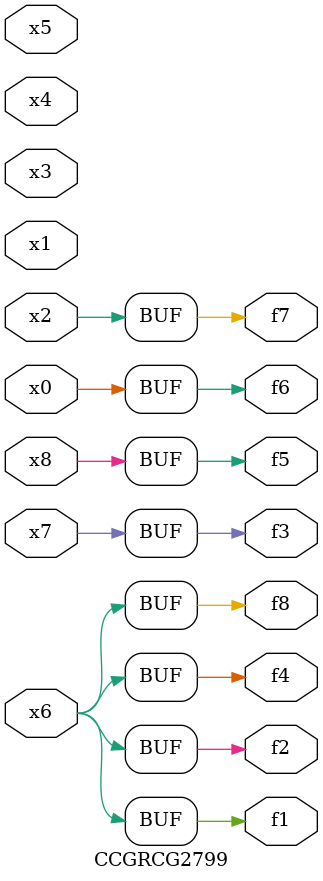
<source format=v>
module CCGRCG2799(
	input x0, x1, x2, x3, x4, x5, x6, x7, x8,
	output f1, f2, f3, f4, f5, f6, f7, f8
);
	assign f1 = x6;
	assign f2 = x6;
	assign f3 = x7;
	assign f4 = x6;
	assign f5 = x8;
	assign f6 = x0;
	assign f7 = x2;
	assign f8 = x6;
endmodule

</source>
